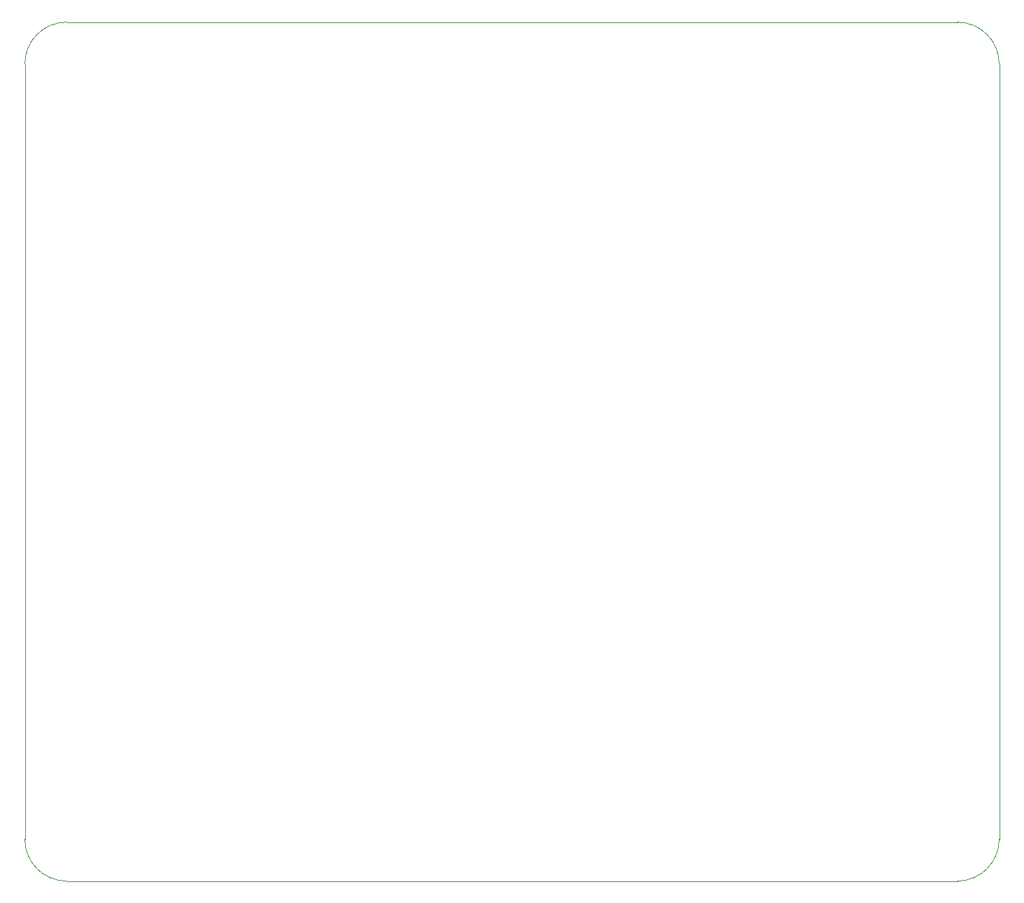
<source format=gbr>
%TF.GenerationSoftware,KiCad,Pcbnew,7.0.2-0*%
%TF.CreationDate,2023-09-07T14:23:58-05:00*%
%TF.ProjectId,CowPi-mk3c,436f7750-692d-46d6-9b33-632e6b696361,mk3c*%
%TF.SameCoordinates,Original*%
%TF.FileFunction,Profile,NP*%
%FSLAX46Y46*%
G04 Gerber Fmt 4.6, Leading zero omitted, Abs format (unit mm)*
G04 Created by KiCad (PCBNEW 7.0.2-0) date 2023-09-07 14:23:58*
%MOMM*%
%LPD*%
G01*
G04 APERTURE LIST*
%TA.AperFunction,Profile*%
%ADD10C,0.100000*%
%TD*%
G04 APERTURE END LIST*
D10*
X190870000Y-52107317D02*
X82920000Y-52107317D01*
X195949983Y-57187317D02*
G75*
G03*
X190870000Y-52107317I-5079983J17D01*
G01*
X77840000Y-57187317D02*
X77840000Y-151167317D01*
X77839983Y-151167317D02*
G75*
G03*
X82920000Y-156247317I5080017J17D01*
G01*
X82920000Y-52107300D02*
G75*
G03*
X77840000Y-57187317I0J-5080000D01*
G01*
X82920000Y-156247317D02*
X190870000Y-156247317D01*
X190870000Y-156247300D02*
G75*
G03*
X195950000Y-151167317I0J5080000D01*
G01*
X195950000Y-57187317D02*
X195950000Y-151167317D01*
M02*

</source>
